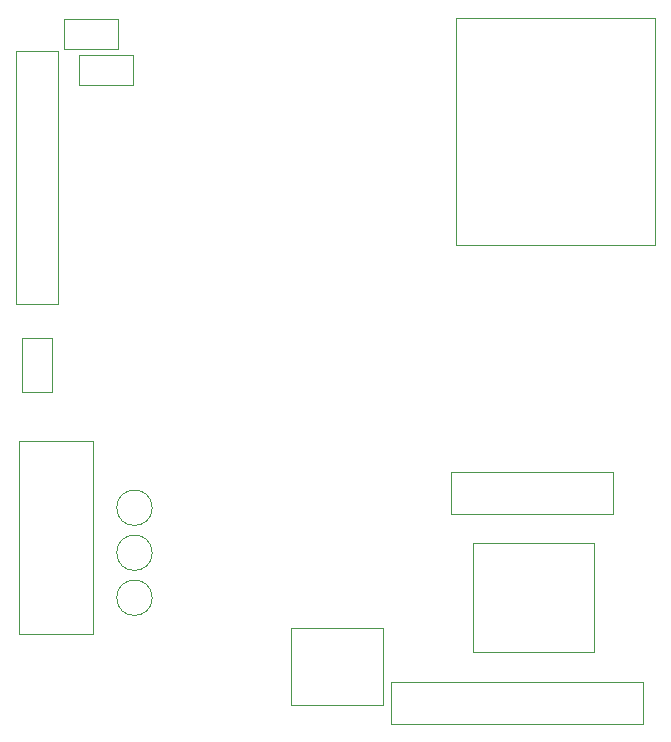
<source format=gbr>
G04 #@! TF.GenerationSoftware,KiCad,Pcbnew,(5.1.6)-1*
G04 #@! TF.CreationDate,2021-05-29T12:10:38-05:00*
G04 #@! TF.ProjectId,SapphineMinimal,53617070-6869-46e6-954d-696e696d616c,rev?*
G04 #@! TF.SameCoordinates,Original*
G04 #@! TF.FileFunction,Other,User*
%FSLAX46Y46*%
G04 Gerber Fmt 4.6, Leading zero omitted, Abs format (unit mm)*
G04 Created by KiCad (PCBNEW (5.1.6)-1) date 2021-05-29 12:10:38*
%MOMM*%
%LPD*%
G01*
G04 APERTURE LIST*
%ADD10C,0.050000*%
%ADD11C,0.100000*%
G04 APERTURE END LIST*
D10*
X77490000Y-93585000D02*
X77490000Y-98185000D01*
X77490000Y-93585000D02*
X79990000Y-93585000D01*
X79990000Y-98185000D02*
X77490000Y-98185000D01*
X79990000Y-98185000D02*
X79990000Y-93585000D01*
X77194000Y-118640000D02*
X77194000Y-102340000D01*
X77194000Y-102340000D02*
X83469000Y-102340000D01*
X83469000Y-102340000D02*
X83469000Y-118640000D01*
X83469000Y-118640000D02*
X77194000Y-118640000D01*
D11*
X131048000Y-85683000D02*
X131048000Y-66465000D01*
X114238000Y-85683000D02*
X131048000Y-85683000D01*
X114238000Y-66465000D02*
X114238000Y-85683000D01*
X131048000Y-66465000D02*
X114238000Y-66465000D01*
D10*
X82282000Y-72116000D02*
X86882000Y-72116000D01*
X82282000Y-72116000D02*
X82282000Y-69616000D01*
X86882000Y-69616000D02*
X86882000Y-72116000D01*
X86882000Y-69616000D02*
X82282000Y-69616000D01*
X80540000Y-69320000D02*
X76990000Y-69320000D01*
X76990000Y-69320000D02*
X76990000Y-90670000D01*
X76990000Y-90670000D02*
X80540000Y-90670000D01*
X80540000Y-90670000D02*
X80540000Y-69320000D01*
X127530000Y-108480000D02*
X127530000Y-104930000D01*
X127530000Y-104930000D02*
X113830000Y-104930000D01*
X113830000Y-104930000D02*
X113830000Y-108480000D01*
X113830000Y-108480000D02*
X127530000Y-108480000D01*
X81012000Y-69068000D02*
X85612000Y-69068000D01*
X81012000Y-69068000D02*
X81012000Y-66568000D01*
X85612000Y-66568000D02*
X85612000Y-69068000D01*
X85612000Y-66568000D02*
X81012000Y-66568000D01*
X100240000Y-118132000D02*
X108040000Y-118132000D01*
X100240000Y-124692000D02*
X100240000Y-118132000D01*
X108040000Y-124692000D02*
X100240000Y-124692000D01*
X108040000Y-118132000D02*
X108040000Y-124692000D01*
X88495000Y-115570000D02*
G75*
G03*
X88495000Y-115570000I-1500000J0D01*
G01*
X88495000Y-107950000D02*
G75*
G03*
X88495000Y-107950000I-1500000J0D01*
G01*
X88495000Y-111760000D02*
G75*
G03*
X88495000Y-111760000I-1500000J0D01*
G01*
X108720000Y-126260000D02*
X130070000Y-126260000D01*
X108720000Y-122710000D02*
X108720000Y-126260000D01*
X130070000Y-122710000D02*
X108720000Y-122710000D01*
X130070000Y-126260000D02*
X130070000Y-122710000D01*
X115677000Y-120170000D02*
X115677000Y-110970000D01*
X125877000Y-120170000D02*
X115677000Y-120170000D01*
X125877000Y-110970000D02*
X125877000Y-120170000D01*
X115677000Y-110970000D02*
X125877000Y-110970000D01*
M02*

</source>
